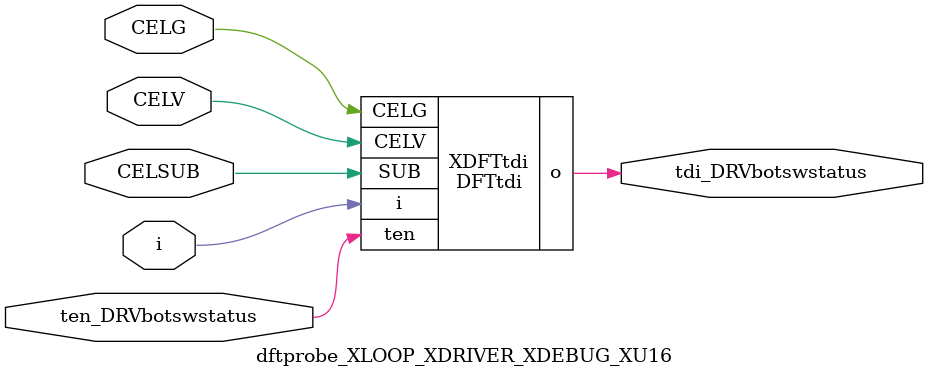
<source format=v>


module DFTtdi ( o, CELV, SUB, i, ten, CELG );

  input CELV;
  input ten;
  input i;
  output o;
  input CELG;
  input SUB;
endmodule


module dftprobe_XLOOP_XDRIVER_XDEBUG_XU16 (i,tdi_DRVbotswstatus,ten_DRVbotswstatus,CELG,CELSUB,CELV);
input  i;
output  tdi_DRVbotswstatus;
input  ten_DRVbotswstatus;
input  CELG;
input  CELSUB;
input  CELV;

DFTtdi XDFTtdi(
  .i (i),
  .o (tdi_DRVbotswstatus),
  .ten (ten_DRVbotswstatus),
  .CELG (CELG),
  .SUB (CELSUB),
  .CELV (CELV)
);

endmodule


</source>
